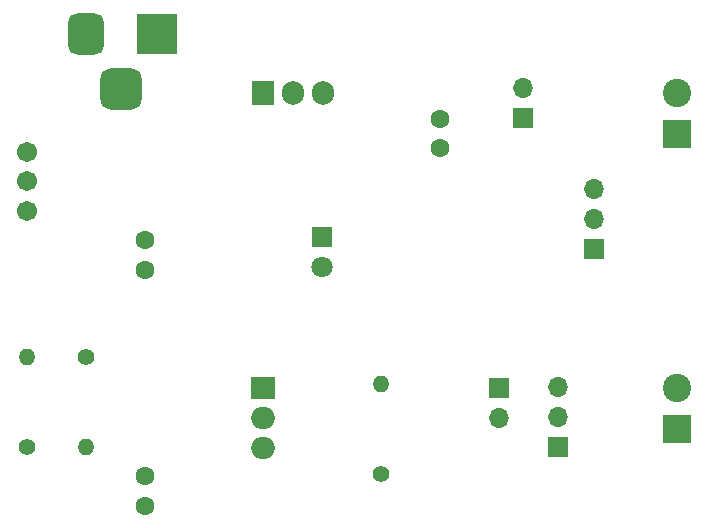
<source format=gbs>
%TF.GenerationSoftware,KiCad,Pcbnew,8.0.5*%
%TF.CreationDate,2024-10-17T22:46:51+07:00*%
%TF.ProjectId,beginer,62656769-6e65-4722-9e6b-696361645f70,1.0.0*%
%TF.SameCoordinates,Original*%
%TF.FileFunction,Soldermask,Bot*%
%TF.FilePolarity,Negative*%
%FSLAX46Y46*%
G04 Gerber Fmt 4.6, Leading zero omitted, Abs format (unit mm)*
G04 Created by KiCad (PCBNEW 8.0.5) date 2024-10-17 22:46:51*
%MOMM*%
%LPD*%
G01*
G04 APERTURE LIST*
G04 Aperture macros list*
%AMRoundRect*
0 Rectangle with rounded corners*
0 $1 Rounding radius*
0 $2 $3 $4 $5 $6 $7 $8 $9 X,Y pos of 4 corners*
0 Add a 4 corners polygon primitive as box body*
4,1,4,$2,$3,$4,$5,$6,$7,$8,$9,$2,$3,0*
0 Add four circle primitives for the rounded corners*
1,1,$1+$1,$2,$3*
1,1,$1+$1,$4,$5*
1,1,$1+$1,$6,$7*
1,1,$1+$1,$8,$9*
0 Add four rect primitives between the rounded corners*
20,1,$1+$1,$2,$3,$4,$5,0*
20,1,$1+$1,$4,$5,$6,$7,0*
20,1,$1+$1,$6,$7,$8,$9,0*
20,1,$1+$1,$8,$9,$2,$3,0*%
G04 Aperture macros list end*
%ADD10R,2.000000X1.905000*%
%ADD11O,2.000000X1.905000*%
%ADD12C,1.400000*%
%ADD13O,1.400000X1.400000*%
%ADD14C,1.712000*%
%ADD15R,1.700000X1.700000*%
%ADD16O,1.700000X1.700000*%
%ADD17R,1.905000X2.000000*%
%ADD18O,1.905000X2.000000*%
%ADD19C,1.600000*%
%ADD20R,1.800000X1.800000*%
%ADD21C,1.800000*%
%ADD22R,2.400000X2.400000*%
%ADD23C,2.400000*%
%ADD24R,3.500000X3.500000*%
%ADD25RoundRect,0.750000X-0.750000X-1.000000X0.750000X-1.000000X0.750000X1.000000X-0.750000X1.000000X0*%
%ADD26RoundRect,0.875000X-0.875000X-0.875000X0.875000X-0.875000X0.875000X0.875000X-0.875000X0.875000X0*%
G04 APERTURE END LIST*
D10*
%TO.C,U1*%
X120000000Y-100300000D03*
D11*
X120000000Y-102840000D03*
X120000000Y-105380000D03*
%TD*%
D12*
%TO.C,R2*%
X100000000Y-105300000D03*
D13*
X100000000Y-97680000D03*
%TD*%
D14*
%TO.C,S1*%
X100000000Y-85300000D03*
X100000000Y-82800000D03*
X100000000Y-80300000D03*
%TD*%
D15*
%TO.C,J3*%
X142000000Y-77460000D03*
D16*
X142000000Y-74920000D03*
%TD*%
D12*
%TO.C,R1*%
X130000000Y-107620000D03*
D13*
X130000000Y-100000000D03*
%TD*%
D17*
%TO.C,U2*%
X120000000Y-75300000D03*
D18*
X122540000Y-75300000D03*
X125080000Y-75300000D03*
%TD*%
D15*
%TO.C,J6*%
X148000000Y-88525000D03*
D16*
X148000000Y-85985000D03*
X148000000Y-83445000D03*
%TD*%
D19*
%TO.C,C1*%
X110000000Y-87800000D03*
X110000000Y-90300000D03*
%TD*%
%TO.C,C2*%
X110000000Y-110300000D03*
X110000000Y-107800000D03*
%TD*%
D15*
%TO.C,J5*%
X140000000Y-100300000D03*
D16*
X140000000Y-102840000D03*
%TD*%
D19*
%TO.C,C3*%
X135000000Y-77500000D03*
X135000000Y-80000000D03*
%TD*%
D12*
%TO.C,R3*%
X105000000Y-97680000D03*
D13*
X105000000Y-105300000D03*
%TD*%
D20*
%TO.C,D1*%
X125000000Y-87500000D03*
D21*
X125000000Y-90040000D03*
%TD*%
D15*
%TO.C,J4*%
X145000000Y-105300000D03*
D16*
X145000000Y-102760000D03*
X145000000Y-100220000D03*
%TD*%
D22*
%TO.C,J7*%
X155000000Y-78800000D03*
D23*
X155000000Y-75300000D03*
%TD*%
D24*
%TO.C,J1*%
X111000000Y-70300000D03*
D25*
X105000000Y-70300000D03*
D26*
X108000000Y-75000000D03*
%TD*%
D22*
%TO.C,J2*%
X155000000Y-103800000D03*
D23*
X155000000Y-100300000D03*
%TD*%
M02*

</source>
